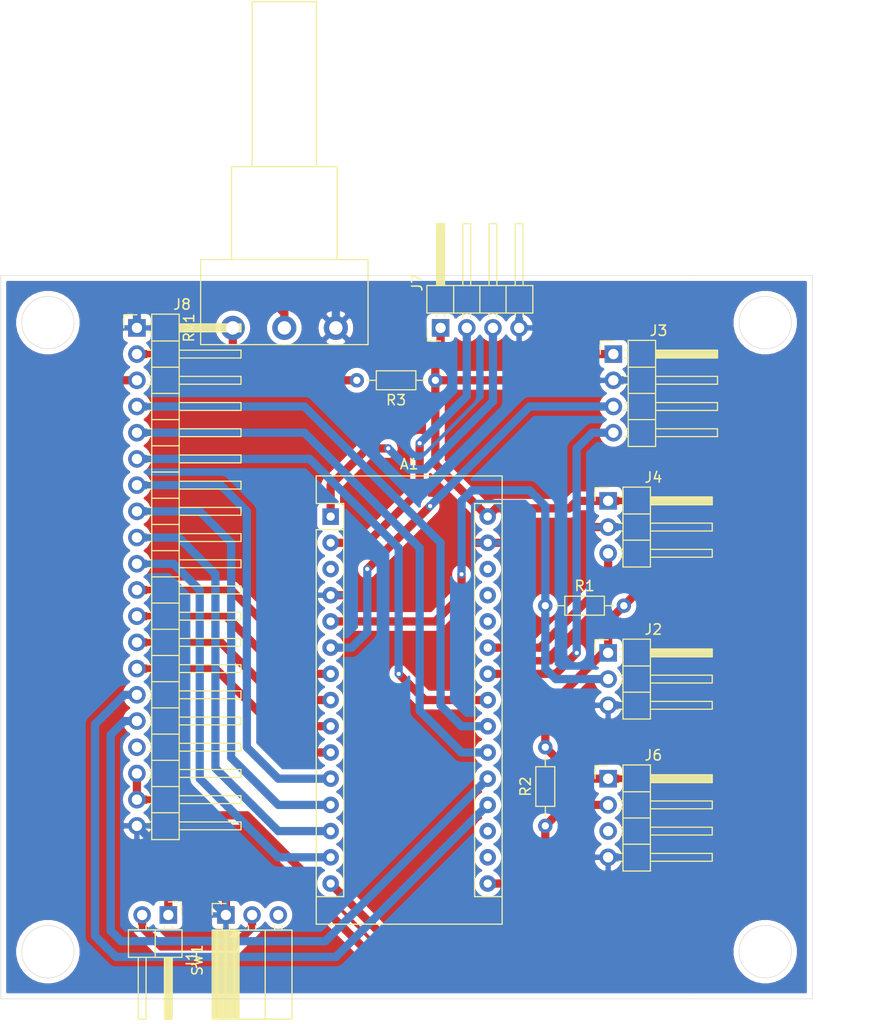
<source format=kicad_pcb>
(kicad_pcb (version 20171130) (host pcbnew "(5.1.4)-1")
  (layers (0 F.Cu signal) (31 B.Cu signal) (34 B.Paste user hide) (35 F.Paste user) (36 B.SilkS user hide) (37 F.SilkS user hide) (38 B.Mask user) (39 F.Mask user) (44 Edge.Cuts user))
  (net 0 "")
  (net 1 "Net-(A1-Pad1)")
  (net 2 "Net-(A1-Pad17)")
  (net 3 "Net-(A1-Pad2)")
  (net 4 "Net-(A1-Pad18)")
  (net 5 "Net-(A1-Pad3)")
  (net 6 "Net-(A1-Pad19)")
  (net 7 /GND)
  (net 8 "Net-(A1-Pad20)")
  (net 9 "Net-(A1-Pad5)")
  (net 10 "Net-(A1-Pad21)")
  (net 11 "Net-(A1-Pad6)")
  (net 12 "Net-(A1-Pad22)")
  (net 13 "Net-(A1-Pad7)")
  (net 14 "Net-(A1-Pad23)")
  (net 15 "Net-(A1-Pad8)")
  (net 16 "Net-(A1-Pad24)")
  (net 17 "Net-(A1-Pad9)")
  (net 18 "Net-(A1-Pad25)")
  (net 19 "Net-(A1-Pad10)")
  (net 20 "Net-(A1-Pad26)")
  (net 21 "Net-(A1-Pad11)")
  (net 22 "Net-(A1-Pad27)")
  (net 23 "Net-(A1-Pad12)")
  (net 24 "Net-(A1-Pad28)")
  (net 25 "Net-(A1-Pad13)")
  (net 26 "Net-(A1-Pad14)")
  (net 27 /+5v_D)
  (net 28 "Net-(A1-Pad15)")
  (net 29 "Net-(A1-Pad16)")
  (net 30 "Net-(J1-Pad2)")
  (net 31 "Net-(J6-Pad3)")
  (net 32 "Net-(J8-Pad2)")
  (net 33 "Net-(J8-Pad3)")
  (net 34 "Net-(J8-Pad17)")
  (net 35 "Net-(SW1-Pad3)")
  (module Connector_PinHeader_2.54mm:PinHeader_1x03_P2.54mm_Horizontal (layer F.Cu) (at 111.76 92.964)
    (fp_text reference J4 (at 4.385 -2.27) (layer F.SilkS))
    (fp_text value Water_level)
    (pad 3 thru_hole oval (at 0 5.08) (size 1.7 1.7) (drill 1) (layers *.Cu *.Mask) (net 18 "Net-(A1-Pad25)"))
    (pad 2 thru_hole oval (at 0 2.54) (size 1.7 1.7) (drill 1) (layers *.Cu *.Mask) (net 7 /GND))
    (pad 1 thru_hole rect (at 0 0) (size 1.7 1.7) (drill 1) (layers *.Cu *.Mask) (net 27 /+5v_D))
  )
  (module Connector_PinHeader_2.54mm:PinHeader_1x04_P2.54mm_Horizontal (layer F.Cu) (at 95.504 76.2 90)
    (fp_text reference J7 (at 4.385 -2.27 90) (layer F.SilkS))
    (fp_text value GPS)
    (pad 1 thru_hole rect (at 0 0 90) (size 1.7 1.7) (drill 1) (layers *.Cu *.Mask) (net 27 /+5v_D))
    (pad 2 thru_hole oval (at 0 2.54 90) (size 1.7 1.7) (drill 1) (layers *.Cu *.Mask) (net 3 "Net-(A1-Pad2)"))
    (pad 3 thru_hole oval (at 0 5.08 90) (size 1.7 1.7) (drill 1) (layers *.Cu *.Mask) (net 1 "Net-(A1-Pad1)"))
    (pad 4 thru_hole oval (at 0 7.62 90) (size 1.7 1.7) (drill 1) (layers *.Cu *.Mask) (net 7 /GND))
  )
  (module Module:Arduino_Nano (layer F.Cu) (at 84.836 94.488)
    (fp_text reference A1 (at 7.62 -5.08) (layer F.SilkS))
    (fp_text value Arduino_Nano_v3.x)
    (pad 1 thru_hole rect (at 0 0) (size 1.6 1.6) (drill 0.8) (layers *.Cu *.Mask) (net 1 "Net-(A1-Pad1)"))
    (pad 17 thru_hole oval (at 15.24 33.02) (size 1.6 1.6) (drill 0.8) (layers *.Cu *.Mask) (net 2 "Net-(A1-Pad17)"))
    (pad 2 thru_hole oval (at 0 2.54) (size 1.6 1.6) (drill 0.8) (layers *.Cu *.Mask) (net 3 "Net-(A1-Pad2)"))
    (pad 18 thru_hole oval (at 15.24 30.48) (size 1.6 1.6) (drill 0.8) (layers *.Cu *.Mask) (net 4 "Net-(A1-Pad18)"))
    (pad 3 thru_hole oval (at 0 5.08) (size 1.6 1.6) (drill 0.8) (layers *.Cu *.Mask) (net 5 "Net-(A1-Pad3)"))
    (pad 19 thru_hole oval (at 15.24 27.94) (size 1.6 1.6) (drill 0.8) (layers *.Cu *.Mask) (net 6 "Net-(A1-Pad19)"))
    (pad 4 thru_hole oval (at 0 7.62) (size 1.6 1.6) (drill 0.8) (layers *.Cu *.Mask) (net 7 /GND))
    (pad 20 thru_hole oval (at 15.24 25.4) (size 1.6 1.6) (drill 0.8) (layers *.Cu *.Mask) (net 8 "Net-(A1-Pad20)"))
    (pad 5 thru_hole oval (at 0 10.16) (size 1.6 1.6) (drill 0.8) (layers *.Cu *.Mask) (net 9 "Net-(A1-Pad5)"))
    (pad 21 thru_hole oval (at 15.24 22.86) (size 1.6 1.6) (drill 0.8) (layers *.Cu *.Mask) (net 10 "Net-(A1-Pad21)"))
    (pad 6 thru_hole oval (at 0 12.7) (size 1.6 1.6) (drill 0.8) (layers *.Cu *.Mask) (net 11 "Net-(A1-Pad6)"))
    (pad 22 thru_hole oval (at 15.24 20.32) (size 1.6 1.6) (drill 0.8) (layers *.Cu *.Mask) (net 12 "Net-(A1-Pad22)"))
    (pad 7 thru_hole oval (at 0 15.24) (size 1.6 1.6) (drill 0.8) (layers *.Cu *.Mask) (net 13 "Net-(A1-Pad7)"))
    (pad 23 thru_hole oval (at 15.24 17.78) (size 1.6 1.6) (drill 0.8) (layers *.Cu *.Mask) (net 14 "Net-(A1-Pad23)"))
    (pad 8 thru_hole oval (at 0 17.78) (size 1.6 1.6) (drill 0.8) (layers *.Cu *.Mask) (net 15 "Net-(A1-Pad8)"))
    (pad 24 thru_hole oval (at 15.24 15.24) (size 1.6 1.6) (drill 0.8) (layers *.Cu *.Mask) (net 16 "Net-(A1-Pad24)"))
    (pad 9 thru_hole oval (at 0 20.32) (size 1.6 1.6) (drill 0.8) (layers *.Cu *.Mask) (net 17 "Net-(A1-Pad9)"))
    (pad 25 thru_hole oval (at 15.24 12.7) (size 1.6 1.6) (drill 0.8) (layers *.Cu *.Mask) (net 18 "Net-(A1-Pad25)"))
    (pad 10 thru_hole oval (at 0 22.86) (size 1.6 1.6) (drill 0.8) (layers *.Cu *.Mask) (net 19 "Net-(A1-Pad10)"))
    (pad 26 thru_hole oval (at 15.24 10.16) (size 1.6 1.6) (drill 0.8) (layers *.Cu *.Mask) (net 20 "Net-(A1-Pad26)"))
    (pad 11 thru_hole oval (at 0 25.4) (size 1.6 1.6) (drill 0.8) (layers *.Cu *.Mask) (net 21 "Net-(A1-Pad11)"))
    (pad 27 thru_hole oval (at 15.24 7.62) (size 1.6 1.6) (drill 0.8) (layers *.Cu *.Mask) (net 22 "Net-(A1-Pad27)"))
    (pad 12 thru_hole oval (at 0 27.94) (size 1.6 1.6) (drill 0.8) (layers *.Cu *.Mask) (net 23 "Net-(A1-Pad12)"))
    (pad 28 thru_hole oval (at 15.24 5.08) (size 1.6 1.6) (drill 0.8) (layers *.Cu *.Mask) (net 24 "Net-(A1-Pad28)"))
    (pad 13 thru_hole oval (at 0 30.48) (size 1.6 1.6) (drill 0.8) (layers *.Cu *.Mask) (net 25 "Net-(A1-Pad13)"))
    (pad 29 thru_hole oval (at 15.24 2.54) (size 1.6 1.6) (drill 0.8) (layers *.Cu *.Mask) (net 7 /GND))
    (pad 14 thru_hole oval (at 0 33.02) (size 1.6 1.6) (drill 0.8) (layers *.Cu *.Mask) (net 26 "Net-(A1-Pad14)"))
    (pad 30 thru_hole oval (at 15.24 0) (size 1.6 1.6) (drill 0.8) (layers *.Cu *.Mask) (net 27 /+5v_D))
    (pad 15 thru_hole oval (at 0 35.56) (size 1.6 1.6) (drill 0.8) (layers *.Cu *.Mask) (net 28 "Net-(A1-Pad15)"))
    (pad 16 thru_hole oval (at 15.24 35.56) (size 1.6 1.6) (drill 0.8) (layers *.Cu *.Mask) (net 29 "Net-(A1-Pad16)"))
  )
  (module Connector_PinHeader_2.54mm:PinHeader_1x02_P2.54mm_Horizontal (layer F.Cu) (at 69.088 133.096 270)
    (fp_text reference J1 (at 4.385 -2.27 90) (layer F.SilkS))
    (fp_text value Battery)
    (pad 1 thru_hole rect (at 0 0 270) (size 1.7 1.7) (drill 1) (layers *.Cu *.Mask) (net 27 /+5v_D))
    (pad 2 thru_hole oval (at 0 2.54 270) (size 1.7 1.7) (drill 1) (layers *.Cu *.Mask) (net 30 "Net-(J1-Pad2)"))
  )
  (module Connector_PinHeader_2.54mm:PinHeader_1x03_P2.54mm_Horizontal (layer F.Cu) (at 111.76 107.696)
    (fp_text reference J2 (at 4.385 -2.27) (layer F.SilkS))
    (fp_text value Temperature)
    (pad 1 thru_hole rect (at 0 0) (size 1.7 1.7) (drill 1) (layers *.Cu *.Mask) (net 27 /+5v_D))
    (pad 2 thru_hole oval (at 0 2.54) (size 1.7 1.7) (drill 1) (layers *.Cu *.Mask) (net 9 "Net-(A1-Pad5)"))
    (pad 3 thru_hole oval (at 0 5.08) (size 1.7 1.7) (drill 1) (layers *.Cu *.Mask) (net 7 /GND))
  )
  (module Connector_PinHeader_2.54mm:PinHeader_1x04_P2.54mm_Horizontal (layer F.Cu) (at 112.268 78.74)
    (fp_text reference J3 (at 4.385 -2.27) (layer F.SilkS))
    (fp_text value Humidity)
    (pad 4 thru_hole oval (at 0 7.62) (size 1.7 1.7) (drill 1) (layers *.Cu *.Mask) (net 16 "Net-(A1-Pad24)"))
    (pad 3 thru_hole oval (at 0 5.08) (size 1.7 1.7) (drill 1) (layers *.Cu *.Mask) (net 11 "Net-(A1-Pad6)"))
    (pad 2 thru_hole oval (at 0 2.54) (size 1.7 1.7) (drill 1) (layers *.Cu *.Mask) (net 7 /GND))
    (pad 1 thru_hole rect (at 0 0) (size 1.7 1.7) (drill 1) (layers *.Cu *.Mask) (net 27 /+5v_D))
  )
  (module Connector_PinHeader_2.54mm:PinHeader_1x04_P2.54mm_Horizontal (layer F.Cu) (at 111.76 119.888)
    (fp_text reference J6 (at 4.385 -2.27) (layer F.SilkS))
    (fp_text value RHT)
    (pad 4 thru_hole oval (at 0 7.62) (size 1.7 1.7) (drill 1) (layers *.Cu *.Mask) (net 7 /GND))
    (pad 3 thru_hole oval (at 0 5.08) (size 1.7 1.7) (drill 1) (layers *.Cu *.Mask) (net 31 "Net-(J6-Pad3)"))
    (pad 2 thru_hole oval (at 0 2.54) (size 1.7 1.7) (drill 1) (layers *.Cu *.Mask) (net 29 "Net-(A1-Pad16)"))
    (pad 1 thru_hole rect (at 0 0) (size 1.7 1.7) (drill 1) (layers *.Cu *.Mask) (net 27 /+5v_D))
  )
  (module Connector_PinHeader_2.54mm:PinHeader_1x20_P2.54mm_Horizontal (layer F.Cu) (at 66.04 76.2)
    (fp_text reference J8 (at 4.385 -2.27) (layer F.SilkS))
    (fp_text value Conn_01x20_Female)
    (pad 1 thru_hole rect (at 0 0) (size 1.7 1.7) (drill 1) (layers *.Cu *.Mask) (net 7 /GND))
    (pad 2 thru_hole oval (at 0 2.54) (size 1.7 1.7) (drill 1) (layers *.Cu *.Mask) (net 32 "Net-(J8-Pad2)"))
    (pad 3 thru_hole oval (at 0 5.08) (size 1.7 1.7) (drill 1) (layers *.Cu *.Mask) (net 33 "Net-(J8-Pad3)"))
    (pad 4 thru_hole oval (at 0 7.62) (size 1.7 1.7) (drill 1) (layers *.Cu *.Mask) (net 12 "Net-(A1-Pad22)"))
    (pad 5 thru_hole oval (at 0 10.16) (size 1.7 1.7) (drill 1) (layers *.Cu *.Mask) (net 10 "Net-(A1-Pad21)"))
    (pad 6 thru_hole oval (at 0 12.7) (size 1.7 1.7) (drill 1) (layers *.Cu *.Mask) (net 14 "Net-(A1-Pad23)"))
    (pad 7 thru_hole oval (at 0 15.24) (size 1.7 1.7) (drill 1) (layers *.Cu *.Mask) (net 21 "Net-(A1-Pad11)"))
    (pad 8 thru_hole oval (at 0 17.78) (size 1.7 1.7) (drill 1) (layers *.Cu *.Mask) (net 23 "Net-(A1-Pad12)"))
    (pad 9 thru_hole oval (at 0 20.32) (size 1.7 1.7) (drill 1) (layers *.Cu *.Mask) (net 25 "Net-(A1-Pad13)"))
    (pad 10 thru_hole oval (at 0 22.86) (size 1.7 1.7) (drill 1) (layers *.Cu *.Mask) (net 26 "Net-(A1-Pad14)"))
    (pad 11 thru_hole oval (at 0 25.4) (size 1.7 1.7) (drill 1) (layers *.Cu *.Mask) (net 13 "Net-(A1-Pad7)"))
    (pad 12 thru_hole oval (at 0 27.94) (size 1.7 1.7) (drill 1) (layers *.Cu *.Mask) (net 15 "Net-(A1-Pad8)"))
    (pad 13 thru_hole oval (at 0 30.48) (size 1.7 1.7) (drill 1) (layers *.Cu *.Mask) (net 17 "Net-(A1-Pad9)"))
    (pad 14 thru_hole oval (at 0 33.02) (size 1.7 1.7) (drill 1) (layers *.Cu *.Mask) (net 19 "Net-(A1-Pad10)"))
    (pad 15 thru_hole oval (at 0 35.56) (size 1.7 1.7) (drill 1) (layers *.Cu *.Mask) (net 6 "Net-(A1-Pad19)"))
    (pad 16 thru_hole oval (at 0 38.1) (size 1.7 1.7) (drill 1) (layers *.Cu *.Mask) (net 8 "Net-(A1-Pad20)"))
    (pad 17 thru_hole oval (at 0 40.64) (size 1.7 1.7) (drill 1) (layers *.Cu *.Mask) (net 34 "Net-(J8-Pad17)"))
    (pad 18 thru_hole oval (at 0 43.18) (size 1.7 1.7) (drill 1) (layers *.Cu *.Mask) (net 27 /+5v_D))
    (pad 19 thru_hole oval (at 0 45.72) (size 1.7 1.7) (drill 1) (layers *.Cu *.Mask) (net 27 /+5v_D))
    (pad 20 thru_hole oval (at 0 48.26) (size 1.7 1.7) (drill 1) (layers *.Cu *.Mask) (net 7 /GND))
  )
  (module Resistor_THT:R_Axial_DIN0204_L3.6mm_D1.6mm_P7.62mm_Horizontal (layer F.Cu) (at 105.664 103.124)
    (fp_text reference R1 (at 3.81 -1.92) (layer F.SilkS))
    (fp_text value 4.7k)
    (pad 1 thru_hole circle (at 0 0) (size 1.4 1.4) (drill 0.7) (layers *.Cu *.Mask) (net 9 "Net-(A1-Pad5)"))
    (pad 2 thru_hole oval (at 7.62 0) (size 1.4 1.4) (drill 0.7) (layers *.Cu *.Mask) (net 27 /+5v_D))
  )
  (module Resistor_THT:R_Axial_DIN0204_L3.6mm_D1.6mm_P7.62mm_Horizontal (layer F.Cu) (at 105.664 124.46 90)
    (fp_text reference R2 (at 3.81 -1.92 90) (layer F.SilkS))
    (fp_text value 10k)
    (pad 2 thru_hole oval (at 7.62 0 90) (size 1.4 1.4) (drill 0.7) (layers *.Cu *.Mask) (net 27 /+5v_D))
    (pad 1 thru_hole circle (at 0 0 90) (size 1.4 1.4) (drill 0.7) (layers *.Cu *.Mask) (net 29 "Net-(A1-Pad16)"))
  )
  (module Resistor_THT:R_Axial_DIN0204_L3.6mm_D1.6mm_P7.62mm_Horizontal (layer F.Cu) (at 94.996 81.28 180)
    (fp_text reference R3 (at 3.81 -1.92) (layer F.SilkS))
    (fp_text value 47)
    (pad 2 thru_hole oval (at 7.62 0 180) (size 1.4 1.4) (drill 0.7) (layers *.Cu *.Mask) (net 32 "Net-(J8-Pad2)"))
    (pad 1 thru_hole circle (at 0 0 180) (size 1.4 1.4) (drill 0.7) (layers *.Cu *.Mask) (net 27 /+5v_D))
  )
  (module Potentiometer_THT:Potentiometer_Piher_PC-16_Single_Horizontal (layer F.Cu) (at 85.344 76.2 90)
    (fp_text reference RV1 (at 0 -14.25 90) (layer F.SilkS))
    (fp_text value 10k)
    (pad 3 thru_hole circle (at 0 -10 90) (size 2.34 2.34) (drill 1.3) (layers *.Cu *.Mask) (net 27 /+5v_D))
    (pad 2 thru_hole circle (at 0 -5 90) (size 2.34 2.34) (drill 1.3) (layers *.Cu *.Mask) (net 33 "Net-(J8-Pad3)"))
    (pad 1 thru_hole circle (at 0 0 90) (size 2.34 2.34) (drill 1.3) (layers *.Cu *.Mask) (net 7 /GND))
  )
  (module Connector_PinSocket_2.54mm:PinSocket_1x03_P2.54mm_Horizontal (layer F.Cu) (at 74.676 133.096 90)
    (fp_text reference SW1 (at -4.38 -2.77 90) (layer F.SilkS))
    (fp_text value On-Off)
    (pad 1 thru_hole rect (at 0 0 90) (size 1.7 1.7) (drill 1) (layers *.Cu *.Mask) (net 7 /GND))
    (pad 2 thru_hole oval (at 0 2.54 90) (size 1.7 1.7) (drill 1) (layers *.Cu *.Mask) (net 30 "Net-(J1-Pad2)"))
    (pad 3 thru_hole oval (at 0 5.08 90) (size 1.7 1.7) (drill 1) (layers *.Cu *.Mask) (net 35 "Net-(SW1-Pad3)"))
  )
  (gr_line (start 52.832 141.224) (end 119.888 141.224) (layer Edge.Cuts) (width 0.05))
  (gr_line (start 52.832 140.208) (end 52.832 141.224) (layer Edge.Cuts) (width 0.05))
  (gr_line (start 52.832 71.12) (end 52.832 140.208) (layer Edge.Cuts) (width 0.05))
  (gr_line (start 119.888 71.12) (end 52.832 71.12) (layer Edge.Cuts) (width 0.05))
  (gr_line (start 131.572 141.224) (end 119.888 141.224) (layer Edge.Cuts) (width 0.05))
  (gr_line (start 131.572 140.716) (end 131.572 141.224) (layer Edge.Cuts) (width 0.05))
  (gr_line (start 131.572 71.12) (end 131.572 140.716) (layer Edge.Cuts) (width 0.05))
  (gr_line (start 119.888 71.12) (end 131.572 71.12) (layer Edge.Cuts) (width 0.05))
  (gr_circle (center 127 75.692) (end 129.54 75.692) (layer Edge.Cuts) (width 0.05))
  (gr_circle (center 127 136.652) (end 129.54 136.652) (layer Edge.Cuts) (width 0.05))
  (gr_circle (center 57.404 136.652) (end 59.944 136.652) (layer Edge.Cuts) (width 0.05))
  (gr_circle (center 57.404 75.692) (end 59.944 75.692) (layer Edge.Cuts) (width 0.05))
  (segment (start 100.584 76.2) (end 100.584 83.312) (width 0.8) (layer B.Cu) (net 1))
  (segment (start 100.584 83.312) (end 93.98 89.916) (width 0.8) (layer B.Cu) (net 1))
  (segment (start 93.98 89.916) (end 92.456 89.916) (width 0.8) (layer B.Cu) (net 1))
  (segment (start 92.456 89.916) (end 90.424 87.884) (width 0.8) (layer B.Cu) (net 1))
  (segment (start 90.424 87.884) (end 90.424 87.884) (width 0.8) (layer B.Cu) (net 1))
  (via (at 90.424 87.884) (size 0.8) (drill 0.4) (layers F.Cu B.Cu) (net 1))
  (segment (start 90.424 87.884) (end 88.392 87.884) (width 0.8) (layer F.Cu) (net 1))
  (segment (start 84.836 91.44) (end 84.836 94.488) (width 0.8) (layer F.Cu) (net 1))
  (segment (start 88.392 87.884) (end 84.836 91.44) (width 0.8) (layer F.Cu) (net 1))
  (segment (start 98.044 76.2) (end 98.044 82.804) (width 0.8) (layer B.Cu) (net 3))
  (segment (start 98.044 82.804) (end 93.472 87.376) (width 0.8) (layer B.Cu) (net 3))
  (segment (start 93.472 87.376) (end 93.472 87.376) (width 0.8) (layer B.Cu) (net 3))
  (via (at 93.472 87.376) (size 0.8) (drill 0.4) (layers F.Cu B.Cu) (net 3))
  (segment (start 84.836 97.028) (end 88.392 97.028) (width 0.8) (layer F.Cu) (net 3))
  (segment (start 93.472 91.948) (end 93.472 87.376) (width 0.8) (layer F.Cu) (net 3))
  (segment (start 88.392 97.028) (end 93.472 91.948) (width 0.8) (layer F.Cu) (net 3))
  (segment (start 64.837919 111.76) (end 61.976 114.621919) (width 0.8) (layer B.Cu) (net 6))
  (segment (start 66.04 111.76) (end 64.837919 111.76) (width 0.8) (layer B.Cu) (net 6))
  (segment (start 61.976 114.621919) (end 61.976 135.128) (width 0.8) (layer B.Cu) (net 6))
  (segment (start 61.976 135.128) (end 64.008 137.16) (width 0.8) (layer B.Cu) (net 6))
  (segment (start 85.344 137.16) (end 100.076 122.428) (width 0.8) (layer B.Cu) (net 6))
  (segment (start 64.008 137.16) (end 85.344 137.16) (width 0.8) (layer B.Cu) (net 6))
  (segment (start 84.836 102.108) (end 92.456 102.108) (width 0.8) (layer F.Cu) (net 7))
  (segment (start 97.536 97.028) (end 100.076 97.028) (width 0.8) (layer F.Cu) (net 7))
  (segment (start 92.456 102.108) (end 97.536 97.028) (width 0.8) (layer F.Cu) (net 7))
  (segment (start 100.076 97.028) (end 108.204 97.028) (width 0.8) (layer F.Cu) (net 7))
  (segment (start 109.728 95.504) (end 111.76 95.504) (width 0.8) (layer F.Cu) (net 7))
  (segment (start 108.204 97.028) (end 109.728 95.504) (width 0.8) (layer F.Cu) (net 7))
  (segment (start 66.04 74.55) (end 66.93 73.66) (width 0.8) (layer B.Cu) (net 7))
  (segment (start 66.04 76.2) (end 66.04 74.55) (width 0.8) (layer B.Cu) (net 7))
  (segment (start 66.93 73.66) (end 67.056 73.66) (width 0.8) (layer B.Cu) (net 7))
  (segment (start 67.056 73.66) (end 67.564 73.152) (width 0.8) (layer B.Cu) (net 7))
  (segment (start 113.284 73.152) (end 117.856 77.724) (width 0.8) (layer B.Cu) (net 7))
  (segment (start 103.124 73.152) (end 113.284 73.152) (width 0.8) (layer B.Cu) (net 7))
  (segment (start 112.268 81.28) (end 117.856 81.28) (width 0.8) (layer B.Cu) (net 7))
  (segment (start 117.856 77.724) (end 117.856 81.28) (width 0.8) (layer B.Cu) (net 7))
  (segment (start 111.76 95.504) (end 117.856 95.504) (width 0.8) (layer B.Cu) (net 7))
  (segment (start 117.856 81.28) (end 117.856 95.504) (width 0.8) (layer B.Cu) (net 7))
  (segment (start 111.76 112.776) (end 117.856 112.776) (width 0.8) (layer B.Cu) (net 7))
  (segment (start 117.856 95.504) (end 117.856 112.776) (width 0.8) (layer B.Cu) (net 7))
  (segment (start 111.76 127.508) (end 117.856 127.508) (width 0.8) (layer B.Cu) (net 7))
  (segment (start 117.856 112.776) (end 117.856 127.508) (width 0.8) (layer B.Cu) (net 7))
  (segment (start 117.856 127.508) (end 117.856 135.128) (width 0.8) (layer B.Cu) (net 7))
  (segment (start 66.04 124.46) (end 74.676 133.096) (width 0.8) (layer B.Cu) (net 7))
  (segment (start 85.344 74.545371) (end 85.344 73.152) (width 0.8) (layer B.Cu) (net 7))
  (segment (start 85.344 76.2) (end 85.344 74.545371) (width 0.8) (layer B.Cu) (net 7))
  (segment (start 67.564 73.152) (end 85.344 73.152) (width 0.8) (layer B.Cu) (net 7))
  (segment (start 85.344 73.152) (end 103.124 73.152) (width 0.8) (layer B.Cu) (net 7))
  (segment (start 103.124 76.2) (end 103.124 73.152) (width 0.8) (layer B.Cu) (net 7))
  (segment (start 74.676 131.446) (end 75.566 130.556) (width 0.8) (layer F.Cu) (net 7))
  (segment (start 74.676 133.096) (end 74.676 131.446) (width 0.8) (layer F.Cu) (net 7))
  (segment (start 75.566 130.556) (end 80.264 130.556) (width 0.8) (layer F.Cu) (net 7))
  (segment (start 80.264 130.556) (end 89.408 139.7) (width 0.8) (layer F.Cu) (net 7))
  (segment (start 89.408 139.7) (end 115.824 139.7) (width 0.8) (layer F.Cu) (net 7))
  (segment (start 117.856 137.668) (end 117.856 135.128) (width 0.8) (layer F.Cu) (net 7))
  (segment (start 115.824 139.7) (end 117.856 137.668) (width 0.8) (layer F.Cu) (net 7))
  (segment (start 84.328 135.636) (end 100.076 119.888) (width 0.8) (layer B.Cu) (net 8))
  (segment (start 64.516 135.636) (end 84.328 135.636) (width 0.8) (layer B.Cu) (net 8))
  (segment (start 63.5 134.62) (end 64.516 135.636) (width 0.8) (layer B.Cu) (net 8))
  (segment (start 63.5 115.637919) (end 63.5 134.62) (width 0.8) (layer B.Cu) (net 8))
  (segment (start 66.04 114.3) (end 64.837919 114.3) (width 0.8) (layer B.Cu) (net 8))
  (segment (start 64.837919 114.3) (end 63.5 115.637919) (width 0.8) (layer B.Cu) (net 8))
  (segment (start 84.836 104.648) (end 94.996 104.648) (width 0.8) (layer F.Cu) (net 9))
  (segment (start 94.996 104.648) (end 97.536 102.108) (width 0.8) (layer F.Cu) (net 9))
  (segment (start 97.536 102.108) (end 97.536 100.076) (width 0.8) (layer F.Cu) (net 9))
  (segment (start 97.536 100.076) (end 97.536 100.076) (width 0.8) (layer F.Cu) (net 9))
  (via (at 97.536 100.076) (size 0.8) (drill 0.4) (layers F.Cu B.Cu) (net 9))
  (segment (start 105.664 93.472) (end 105.664 103.124) (width 0.8) (layer B.Cu) (net 9))
  (segment (start 104.14 91.948) (end 105.664 93.472) (width 0.8) (layer B.Cu) (net 9))
  (segment (start 98.552 91.948) (end 104.14 91.948) (width 0.8) (layer B.Cu) (net 9))
  (segment (start 97.536 100.076) (end 97.536 92.964) (width 0.8) (layer B.Cu) (net 9))
  (segment (start 97.536 92.964) (end 98.552 91.948) (width 0.8) (layer B.Cu) (net 9))
  (segment (start 105.664 103.124) (end 105.664 109.22) (width 0.8) (layer B.Cu) (net 9))
  (segment (start 106.68 110.236) (end 111.76 110.236) (width 0.8) (layer B.Cu) (net 9))
  (segment (start 105.664 109.22) (end 106.68 110.236) (width 0.8) (layer B.Cu) (net 9))
  (segment (start 97.536 117.348) (end 100.076 117.348) (width 0.8) (layer B.Cu) (net 10))
  (segment (start 93.472 113.284) (end 97.536 117.348) (width 0.8) (layer B.Cu) (net 10))
  (segment (start 93.472 97.536) (end 93.472 113.284) (width 0.8) (layer B.Cu) (net 10))
  (segment (start 66.04 86.36) (end 82.296 86.36) (width 0.8) (layer B.Cu) (net 10))
  (segment (start 82.296 86.36) (end 93.472 97.536) (width 0.8) (layer B.Cu) (net 10))
  (segment (start 112.268 83.82) (end 104.14 83.82) (width 0.8) (layer B.Cu) (net 11))
  (segment (start 104.14 83.82) (end 94.488 93.472) (width 0.8) (layer B.Cu) (net 11))
  (segment (start 94.488 93.472) (end 94.488 93.472) (width 0.8) (layer B.Cu) (net 11))
  (via (at 94.488 93.472) (size 0.8) (drill 0.4) (layers F.Cu B.Cu) (net 11))
  (segment (start 94.488 93.472) (end 88.392 99.568) (width 0.8) (layer F.Cu) (net 11))
  (segment (start 88.392 99.568) (end 88.392 99.568) (width 0.8) (layer F.Cu) (net 11))
  (via (at 88.392 99.568) (size 0.8) (drill 0.4) (layers F.Cu B.Cu) (net 11))
  (segment (start 86.868 107.188) (end 84.836 107.188) (width 0.8) (layer B.Cu) (net 11))
  (segment (start 88.392 99.568) (end 88.392 105.664) (width 0.8) (layer B.Cu) (net 11))
  (segment (start 88.392 105.664) (end 86.868 107.188) (width 0.8) (layer B.Cu) (net 11))
  (segment (start 66.04 83.82) (end 82.296 83.82) (width 0.8) (layer B.Cu) (net 12))
  (segment (start 82.296 83.82) (end 95.504 97.028) (width 0.8) (layer B.Cu) (net 12))
  (segment (start 95.504 97.028) (end 95.504 112.776) (width 0.8) (layer B.Cu) (net 12))
  (segment (start 97.536 114.808) (end 100.076 114.808) (width 0.8) (layer B.Cu) (net 12))
  (segment (start 95.504 112.776) (end 97.536 114.808) (width 0.8) (layer B.Cu) (net 12))
  (segment (start 66.04 101.6) (end 75.184 101.6) (width 0.8) (layer F.Cu) (net 13))
  (segment (start 83.312 109.728) (end 84.836 109.728) (width 0.8) (layer F.Cu) (net 13))
  (segment (start 75.184 101.6) (end 83.312 109.728) (width 0.8) (layer F.Cu) (net 13))
  (segment (start 66.04 88.9) (end 82.804 88.9) (width 0.8) (layer B.Cu) (net 14))
  (segment (start 82.804 88.9) (end 85.852 91.948) (width 0.8) (layer B.Cu) (net 14))
  (segment (start 85.852 91.948) (end 91.44 97.536) (width 0.8) (layer B.Cu) (net 14))
  (segment (start 91.44 97.536) (end 91.44 107.188) (width 0.8) (layer B.Cu) (net 14))
  (segment (start 91.44 107.188) (end 91.44 109.728) (width 0.8) (layer B.Cu) (net 14))
  (segment (start 91.44 109.728) (end 91.44 109.728) (width 0.8) (layer B.Cu) (net 14))
  (via (at 91.44 109.728) (size 0.8) (drill 0.4) (layers F.Cu B.Cu) (net 14))
  (segment (start 91.44 109.728) (end 93.98 112.268) (width 0.8) (layer F.Cu) (net 14))
  (segment (start 93.98 112.268) (end 100.076 112.268) (width 0.8) (layer F.Cu) (net 14))
  (segment (start 66.04 104.14) (end 74.676 104.14) (width 0.8) (layer F.Cu) (net 15))
  (segment (start 82.804 112.268) (end 84.836 112.268) (width 0.8) (layer F.Cu) (net 15))
  (segment (start 74.676 104.14) (end 82.804 112.268) (width 0.8) (layer F.Cu) (net 15))
  (segment (start 112.268 86.36) (end 110.236 86.36) (width 0.8) (layer B.Cu) (net 16))
  (segment (start 110.236 86.36) (end 108.712 87.884) (width 0.8) (layer B.Cu) (net 16))
  (segment (start 108.712 87.884) (end 108.712 106.172) (width 0.8) (layer B.Cu) (net 16))
  (segment (start 108.712 106.172) (end 108.712 107.696) (width 0.8) (layer B.Cu) (net 16))
  (segment (start 108.712 107.696) (end 108.712 107.696) (width 0.8) (layer B.Cu) (net 16))
  (via (at 108.712 107.696) (size 0.8) (drill 0.4) (layers F.Cu B.Cu) (net 16))
  (segment (start 106.68 109.728) (end 108.712 107.696) (width 0.8) (layer F.Cu) (net 16))
  (segment (start 100.076 109.728) (end 106.68 109.728) (width 0.8) (layer F.Cu) (net 16))
  (segment (start 66.04 106.68) (end 74.168 106.68) (width 0.8) (layer F.Cu) (net 17))
  (segment (start 82.296 114.808) (end 84.836 114.808) (width 0.8) (layer F.Cu) (net 17))
  (segment (start 74.168 106.68) (end 82.296 114.808) (width 0.8) (layer F.Cu) (net 17))
  (segment (start 111.76 98.044) (end 111.76 100.584) (width 0.8) (layer F.Cu) (net 18))
  (segment (start 105.156 107.188) (end 100.076 107.188) (width 0.8) (layer F.Cu) (net 18))
  (segment (start 111.76 100.584) (end 105.156 107.188) (width 0.8) (layer F.Cu) (net 18))
  (segment (start 66.04 109.22) (end 73.66 109.22) (width 0.8) (layer F.Cu) (net 19))
  (segment (start 81.788 117.348) (end 84.836 117.348) (width 0.8) (layer F.Cu) (net 19))
  (segment (start 73.66 109.22) (end 81.788 117.348) (width 0.8) (layer F.Cu) (net 19))
  (segment (start 79.756 119.888) (end 84.836 119.888) (width 0.8) (layer B.Cu) (net 21))
  (segment (start 76.708 116.84) (end 79.756 119.888) (width 0.8) (layer B.Cu) (net 21))
  (segment (start 76.708 93.98) (end 76.708 116.84) (width 0.8) (layer B.Cu) (net 21))
  (segment (start 66.04 91.44) (end 74.168 91.44) (width 0.8) (layer B.Cu) (net 21))
  (segment (start 74.168 91.44) (end 76.708 93.98) (width 0.8) (layer B.Cu) (net 21))
  (segment (start 66.04 93.98) (end 72.136 93.98) (width 0.8) (layer B.Cu) (net 23))
  (segment (start 72.136 93.98) (end 75.184 97.028) (width 0.8) (layer B.Cu) (net 23))
  (segment (start 75.184 97.028) (end 75.184 117.856) (width 0.8) (layer B.Cu) (net 23))
  (segment (start 79.756 122.428) (end 84.836 122.428) (width 0.8) (layer B.Cu) (net 23))
  (segment (start 75.184 117.856) (end 79.756 122.428) (width 0.8) (layer B.Cu) (net 23))
  (segment (start 79.756 124.968) (end 84.836 124.968) (width 0.8) (layer B.Cu) (net 25))
  (segment (start 73.66 118.872) (end 79.756 124.968) (width 0.8) (layer B.Cu) (net 25))
  (segment (start 73.66 100.076) (end 73.66 118.872) (width 0.8) (layer B.Cu) (net 25))
  (segment (start 66.04 96.52) (end 70.104 96.52) (width 0.8) (layer B.Cu) (net 25))
  (segment (start 70.104 96.52) (end 73.66 100.076) (width 0.8) (layer B.Cu) (net 25))
  (segment (start 79.756 127.508) (end 84.836 127.508) (width 0.8) (layer B.Cu) (net 26))
  (segment (start 72.136 119.888) (end 79.756 127.508) (width 0.8) (layer B.Cu) (net 26))
  (segment (start 72.136 101.6) (end 72.136 119.888) (width 0.8) (layer B.Cu) (net 26))
  (segment (start 66.04 99.06) (end 69.596 99.06) (width 0.8) (layer B.Cu) (net 26))
  (segment (start 69.596 99.06) (end 72.136 101.6) (width 0.8) (layer B.Cu) (net 26))
  (segment (start 66.04 121.92) (end 68.072 121.92) (width 0.8) (layer F.Cu) (net 27))
  (segment (start 68.072 121.92) (end 69.088 122.936) (width 0.8) (layer F.Cu) (net 27))
  (segment (start 66.04 119.38) (end 66.04 121.92) (width 0.8) (layer F.Cu) (net 27))
  (segment (start 115.316 121.794) (end 115.316 135.128) (width 0.8) (layer F.Cu) (net 27))
  (segment (start 113.41 119.888) (end 115.316 121.794) (width 0.8) (layer F.Cu) (net 27))
  (segment (start 111.76 119.888) (end 113.41 119.888) (width 0.8) (layer F.Cu) (net 27))
  (segment (start 108.712 119.888) (end 105.664 116.84) (width 0.8) (layer F.Cu) (net 27))
  (segment (start 111.76 119.888) (end 108.712 119.888) (width 0.8) (layer F.Cu) (net 27))
  (segment (start 111.76 104.648) (end 113.284 103.124) (width 0.8) (layer F.Cu) (net 27))
  (segment (start 111.76 107.696) (end 111.76 104.648) (width 0.8) (layer F.Cu) (net 27))
  (segment (start 113.284 103.124) (end 114.808 101.6) (width 0.8) (layer F.Cu) (net 27))
  (segment (start 113.41 92.964) (end 111.76 92.964) (width 0.8) (layer F.Cu) (net 27))
  (segment (start 114.808 94.362) (end 113.41 92.964) (width 0.8) (layer F.Cu) (net 27))
  (segment (start 114.808 101.6) (end 114.808 94.362) (width 0.8) (layer F.Cu) (net 27))
  (segment (start 94.996 89.408) (end 100.076 94.488) (width 0.8) (layer F.Cu) (net 27))
  (segment (start 94.996 81.28) (end 94.996 89.408) (width 0.8) (layer F.Cu) (net 27))
  (segment (start 100.875999 93.688001) (end 107.987999 93.688001) (width 0.8) (layer F.Cu) (net 27))
  (segment (start 100.076 94.488) (end 100.875999 93.688001) (width 0.8) (layer F.Cu) (net 27))
  (segment (start 108.712 92.964) (end 111.76 92.964) (width 0.8) (layer F.Cu) (net 27))
  (segment (start 107.987999 93.688001) (end 108.712 92.964) (width 0.8) (layer F.Cu) (net 27))
  (segment (start 94.996 81.28) (end 94.996 78.74) (width 0.8) (layer F.Cu) (net 27))
  (segment (start 95.504 78.232) (end 95.504 76.2) (width 0.8) (layer F.Cu) (net 27))
  (segment (start 94.996 78.74) (end 95.504 78.232) (width 0.8) (layer F.Cu) (net 27))
  (segment (start 75.344 76.2) (end 75.344 77.884) (width 0.8) (layer F.Cu) (net 27))
  (segment (start 76.2 78.74) (end 94.996 78.74) (width 0.8) (layer F.Cu) (net 27))
  (segment (start 75.344 77.884) (end 76.2 78.74) (width 0.8) (layer F.Cu) (net 27))
  (segment (start 111.76 107.696) (end 111.252 107.696) (width 0.8) (layer F.Cu) (net 27))
  (segment (start 105.664 113.284) (end 105.664 116.84) (width 0.8) (layer F.Cu) (net 27))
  (segment (start 111.252 107.696) (end 105.664 113.284) (width 0.8) (layer F.Cu) (net 27))
  (segment (start 69.088 127) (end 69.088 133.096) (width 0.8) (layer F.Cu) (net 27))
  (segment (start 112.268 78.74) (end 108.712 78.74) (width 0.8) (layer F.Cu) (net 27))
  (segment (start 108.712 78.74) (end 106.172 81.28) (width 0.8) (layer F.Cu) (net 27))
  (segment (start 106.172 81.28) (end 94.996 81.28) (width 0.8) (layer F.Cu) (net 27))
  (segment (start 69.088 123.444) (end 69.088 127) (width 0.8) (layer F.Cu) (net 27))
  (segment (start 69.088 122.936) (end 69.088 123.444) (width 0.8) (layer F.Cu) (net 27))
  (segment (start 115.316 136.652) (end 115.316 135.128) (width 0.8) (layer F.Cu) (net 27))
  (segment (start 76.708 123.444) (end 82.804 129.54) (width 0.8) (layer F.Cu) (net 27))
  (segment (start 69.088 123.444) (end 76.708 123.444) (width 0.8) (layer F.Cu) (net 27))
  (segment (start 82.804 129.54) (end 82.804 131.064) (width 0.8) (layer F.Cu) (net 27))
  (segment (start 82.804 131.064) (end 89.408 137.668) (width 0.8) (layer F.Cu) (net 27))
  (segment (start 89.408 137.668) (end 114.3 137.668) (width 0.8) (layer F.Cu) (net 27))
  (segment (start 114.3 137.668) (end 115.316 136.652) (width 0.8) (layer F.Cu) (net 27))
  (segment (start 89.916 135.128) (end 112.776 135.128) (width 0.8) (layer F.Cu) (net 28))
  (segment (start 84.836 130.048) (end 89.916 135.128) (width 0.8) (layer F.Cu) (net 28))
  (segment (start 107.696 122.428) (end 105.664 124.46) (width 0.8) (layer F.Cu) (net 29))
  (segment (start 111.76 122.428) (end 107.696 122.428) (width 0.8) (layer F.Cu) (net 29))
  (segment (start 105.664 129.032) (end 105.664 124.46) (width 0.8) (layer F.Cu) (net 29))
  (segment (start 100.076 130.048) (end 104.648 130.048) (width 0.8) (layer F.Cu) (net 29))
  (segment (start 104.648 130.048) (end 105.664 129.032) (width 0.8) (layer F.Cu) (net 29))
  (segment (start 66.548 134.298081) (end 68.393919 136.144) (width 0.8) (layer F.Cu) (net 30))
  (segment (start 66.548 133.096) (end 66.548 134.298081) (width 0.8) (layer F.Cu) (net 30))
  (segment (start 68.393919 136.144) (end 75.370081 136.144) (width 0.8) (layer F.Cu) (net 30))
  (segment (start 77.216 134.298081) (end 77.216 133.096) (width 0.8) (layer F.Cu) (net 30))
  (segment (start 75.370081 136.144) (end 77.216 134.298081) (width 0.8) (layer F.Cu) (net 30))
  (segment (start 87.376 81.28) (end 72.644 81.28) (width 0.8) (layer F.Cu) (net 32))
  (segment (start 70.104 78.74) (end 66.04 78.74) (width 0.8) (layer F.Cu) (net 32))
  (segment (start 72.644 81.28) (end 70.104 78.74) (width 0.8) (layer F.Cu) (net 32))
  (segment (start 80.344 74.756) (end 80.344 76.2) (width 0.8) (layer F.Cu) (net 33))
  (segment (start 64.008 81.28) (end 62.992 80.264) (width 0.8) (layer F.Cu) (net 33))
  (segment (start 66.04 81.28) (end 64.008 81.28) (width 0.8) (layer F.Cu) (net 33))
  (segment (start 62.992 74.676) (end 64.516 73.152) (width 0.8) (layer F.Cu) (net 33))
  (segment (start 64.516 73.152) (end 78.74 73.152) (width 0.8) (layer F.Cu) (net 33))
  (segment (start 62.992 80.264) (end 62.992 74.676) (width 0.8) (layer F.Cu) (net 33))
  (segment (start 78.74 73.152) (end 80.344 74.756) (width 0.8) (layer F.Cu) (net 33))
  (zone (net 7) (net_name /GND) (layer B.Cu) (connect_pads (clearance 0.508)) (min_thickness 0.254) (fill yes (arc_segments 32) (thermal_gap 0.508) (thermal_bridge_width 0.508))
    (polygon (pts (xy 52.832 141.224) (xy 52.832 71.12) (xy 131.572 71.12) (xy 131.572 141.224)))
  )
  (zone (net 7) (net_name /GND) (layer F.Cu) (connect_pads (clearance 0.508)) (min_thickness 0.254) (fill yes (arc_segments 32) (thermal_gap 0.508) (thermal_bridge_width 0.508))
    (polygon (pts (xy 52.832 141.224) (xy 52.832 71.12) (xy 131.572 71.12) (xy 131.572 141.224) (xy 53.34 141.224)))
  )
)
</source>
